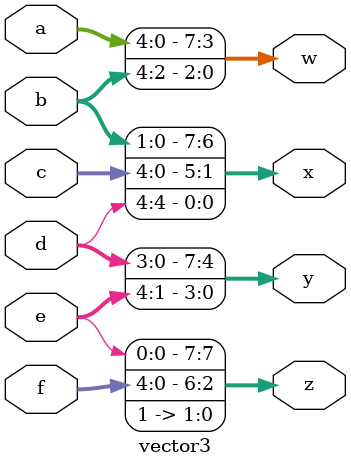
<source format=v>
module vector3 (
	input [4:0] a,
	input [4:0] b,
	input [4:0] c,
	input [4:0] d,
	input [4:0] e,
	input [4:0] f,
	output [7:0] w,
	output [7:0] x,
	output [7:0] y,
	output [7:0] z
);
 
	assign { w,x,y,z} = {a,b,c,d,e,f,2'b11};
	
endmodule
</source>
